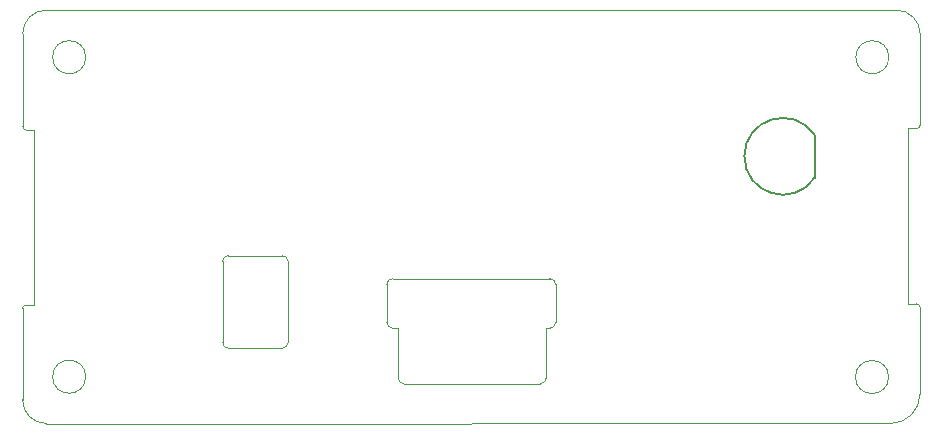
<source format=gko>
G04 #@! TF.FileFunction,Profile,NP*
%FSLAX46Y46*%
G04 Gerber Fmt 4.6, Leading zero omitted, Abs format (unit mm)*
G04 Created by KiCad (PCBNEW (2016-09-17 revision 679eef1)-makepkg) date 09/24/16 16:37:27*
%MOMM*%
%LPD*%
G01*
G04 APERTURE LIST*
%ADD10C,0.150000*%
%ADD11C,0.100000*%
%ADD12C,0.020000*%
G04 APERTURE END LIST*
D10*
D11*
X43835227Y-31627916D02*
X32285227Y-31627916D01*
X43835227Y-31627916D02*
G75*
G03X44335227Y-31127916I0J500000D01*
G01*
X44335227Y-26927916D02*
X44335227Y-31127916D01*
X17435227Y-28627916D02*
X21985227Y-28627916D01*
X21985227Y-28627916D02*
G75*
G03X22485227Y-28127916I0J500000D01*
G01*
X22485227Y-21277916D02*
X22485227Y-28127916D01*
X22485227Y-21277916D02*
G75*
G03X21985227Y-20777916I-500000J0D01*
G01*
X21985227Y-20777916D02*
X17435227Y-20777916D01*
X17435227Y-20777916D02*
G75*
G03X16935227Y-21277916I0J-500000D01*
G01*
X16935227Y-21277916D02*
X16935227Y-28127916D01*
X16935227Y-28127916D02*
G75*
G03X17435227Y-28627916I500000J0D01*
G01*
X31785227Y-31127916D02*
G75*
G03X32285227Y-31627916I500000J0D01*
G01*
X31785227Y-26927916D02*
X31785227Y-31127916D01*
X44335227Y-26927916D02*
X44635227Y-26927916D01*
X31785227Y-26927916D02*
X31335227Y-26927916D01*
X44635227Y-26927916D02*
G75*
G03X45135227Y-26427916I0J500000D01*
G01*
X45135227Y-23227916D02*
X45135227Y-26427916D01*
X30835227Y-26427916D02*
G75*
G03X31335227Y-26927916I500000J0D01*
G01*
X30835227Y-23227916D02*
X30835227Y-26427916D01*
X31335227Y-22727916D02*
G75*
G03X30835227Y-23227916I0J-500000D01*
G01*
X44635227Y-22727916D02*
X31335227Y-22727916D01*
X45135227Y-23227916D02*
G75*
G03X44635227Y-22727916I-500000J0D01*
G01*
D12*
X0Y-33000000D02*
G75*
G03X2000000Y-35000000I2000000J0D01*
G01*
X75990000Y-2000000D02*
G75*
G03X73990000Y0I-2000000J0D01*
G01*
X1999999Y0D02*
G75*
G03X0Y-2000001I1J-2000000D01*
G01*
X5345000Y-3985000D02*
G75*
G03X5345000Y-3985000I-1400000J0D01*
G01*
X5345000Y-31035000D02*
G75*
G03X5345000Y-31035000I-1400000J0D01*
G01*
X73320000Y-31060000D02*
G75*
G03X73320000Y-31060000I-1400000J0D01*
G01*
X75990000Y-25160000D02*
G75*
G03X75690000Y-24860000I-300000J0D01*
G01*
X75690000Y-10020000D02*
G75*
G03X75990000Y-9720000I0J300000D01*
G01*
X0Y-9820000D02*
G75*
G03X300000Y-10120000I300000J0D01*
G01*
X300000Y-24960000D02*
G75*
G03X0Y-25260000I0J-300000D01*
G01*
X0Y-2000000D02*
X0Y-9820000D01*
X0Y-25260000D02*
X0Y-33000000D01*
X75990000Y-25160000D02*
X75990000Y-32500000D01*
X75990000Y-2000000D02*
X75990000Y-9720000D01*
X74999999Y-10020000D02*
X75690000Y-10020000D01*
X75000000Y-24860000D02*
X74999999Y-10020000D01*
X75000000Y-24860000D02*
X75690000Y-24860000D01*
X990000Y-10120000D02*
X990000Y-24960000D01*
X990000Y-10120000D02*
X300000Y-10120000D01*
X990000Y-24960000D02*
X300000Y-24960000D01*
X73345000Y-3985000D02*
G75*
G03X73345000Y-3985000I-1400000J0D01*
G01*
X75990000Y-32500000D02*
G75*
G02X73500000Y-34990000I-2490000J0D01*
G01*
X73500000Y-34990000D02*
X2000000Y-35000000D01*
X2000000Y0D02*
X73990000Y0D01*
D10*
X67060227Y-14183718D02*
G75*
G02X67060227Y-10563718I-2700000J1810000D01*
G01*
X67060227Y-10563718D02*
X67060227Y-14183718D01*
M02*

</source>
